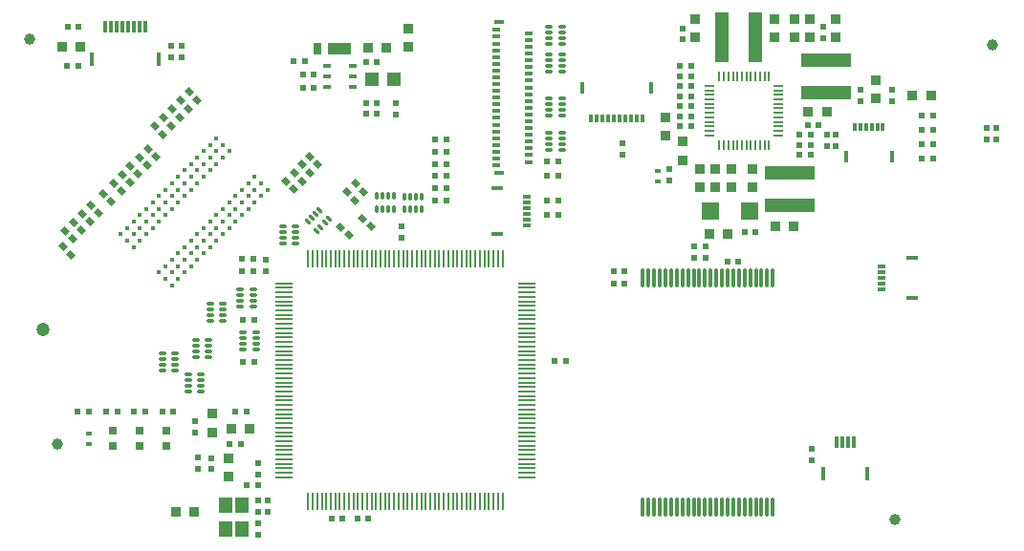
<source format=gtp>
G04 Layer_Color=8421504*
%FSLAX25Y25*%
%MOIN*%
G70*
G01*
G75*
%ADD10R,0.03543X0.03543*%
%ADD11R,0.01969X0.02362*%
%ADD12O,0.00787X0.03937*%
%ADD13O,0.03937X0.00787*%
%ADD14C,0.03937*%
%ADD15R,0.02362X0.01969*%
G04:AMPARAMS|DCode=16|XSize=19.69mil|YSize=23.62mil|CornerRadius=0mil|HoleSize=0mil|Usage=FLASHONLY|Rotation=45.000|XOffset=0mil|YOffset=0mil|HoleType=Round|Shape=Rectangle|*
%AMROTATEDRECTD16*
4,1,4,0.00139,-0.01531,-0.01531,0.00139,-0.00139,0.01531,0.01531,-0.00139,0.00139,-0.01531,0.0*
%
%ADD16ROTATEDRECTD16*%

%ADD17R,0.05118X0.04921*%
%ADD18R,0.03543X0.03543*%
%ADD19R,0.02165X0.01772*%
%ADD20R,0.03000X0.03000*%
%ADD21R,0.03150X0.04331*%
%ADD22R,0.07874X0.04331*%
%ADD23R,0.01181X0.04331*%
%ADD24R,0.01654X0.05118*%
%ADD25R,0.03937X0.01181*%
%ADD26R,0.02756X0.01181*%
%ADD27R,0.03150X0.01181*%
%ADD28R,0.02559X0.01181*%
%ADD29R,0.03740X0.01575*%
%ADD30R,0.01181X0.02756*%
%ADD31R,0.01181X0.03937*%
%ADD32R,0.17323X0.05118*%
%ADD33C,0.04724*%
%ADD34R,0.05984X0.06299*%
%ADD35O,0.03100X0.01200*%
%ADD36O,0.01200X0.03100*%
G04:AMPARAMS|DCode=37|XSize=31mil|YSize=12mil|CornerRadius=0mil|HoleSize=0mil|Usage=FLASHONLY|Rotation=315.000|XOffset=0mil|YOffset=0mil|HoleType=Round|Shape=Round|*
%AMOVALD37*
21,1,0.01900,0.01200,0.00000,0.00000,315.0*
1,1,0.01200,-0.00672,0.00672*
1,1,0.01200,0.00672,-0.00672*
%
%ADD37OVALD37*%

%ADD38O,0.06496X0.00787*%
%ADD39O,0.00787X0.06496*%
%ADD40R,0.02756X0.01575*%
%ADD41C,0.01575*%
%ADD42O,0.01083X0.07000*%
%ADD43R,0.04724X0.05512*%
%ADD44R,0.05118X0.17323*%
D10*
X282000Y-10250D02*
D03*
Y-3750D02*
D03*
X133000Y-7002D02*
D03*
Y-13502D02*
D03*
X296000Y-31502D02*
D03*
Y-25002D02*
D03*
X64537Y-141650D02*
D03*
Y-148150D02*
D03*
X253000Y-56002D02*
D03*
Y-62502D02*
D03*
X70237Y-157150D02*
D03*
Y-163650D02*
D03*
X234500Y-62502D02*
D03*
Y-56002D02*
D03*
X273000Y-10250D02*
D03*
Y-3750D02*
D03*
X228500Y-46502D02*
D03*
Y-53002D02*
D03*
X222500Y-44502D02*
D03*
Y-38002D02*
D03*
X260500Y-3750D02*
D03*
Y-10250D02*
D03*
X245500Y-56002D02*
D03*
Y-62502D02*
D03*
X233000Y-10250D02*
D03*
Y-3750D02*
D03*
X240000Y-62502D02*
D03*
Y-56002D02*
D03*
X267500Y-3750D02*
D03*
Y-10250D02*
D03*
D11*
X232500Y-83284D02*
D03*
Y-87221D02*
D03*
X80637Y-162868D02*
D03*
Y-158932D02*
D03*
X83119Y-91687D02*
D03*
Y-87750D02*
D03*
X301437Y-32327D02*
D03*
Y-28390D02*
D03*
X236500Y-83284D02*
D03*
Y-87221D02*
D03*
X58637Y-148068D02*
D03*
Y-144132D02*
D03*
X130459Y-76222D02*
D03*
Y-80159D02*
D03*
X80500Y-183721D02*
D03*
Y-179783D02*
D03*
X80500Y-175721D02*
D03*
Y-171783D02*
D03*
X277500Y-10469D02*
D03*
Y-6532D02*
D03*
X64237Y-160968D02*
D03*
Y-157032D02*
D03*
X290500Y-28390D02*
D03*
Y-32327D02*
D03*
X273500Y-153815D02*
D03*
Y-157752D02*
D03*
X338000Y-45720D02*
D03*
Y-41783D02*
D03*
X207500Y-51221D02*
D03*
Y-47284D02*
D03*
X59637Y-160869D02*
D03*
Y-156931D02*
D03*
X228500Y-10968D02*
D03*
Y-7032D02*
D03*
X224000Y-60220D02*
D03*
Y-56283D02*
D03*
X334500Y-45720D02*
D03*
Y-41783D02*
D03*
X279000Y-44284D02*
D03*
Y-48221D02*
D03*
X282000D02*
D03*
Y-44284D02*
D03*
X128500Y-33283D02*
D03*
Y-37220D02*
D03*
X84000Y-171783D02*
D03*
Y-175721D02*
D03*
D12*
X258661Y-47760D02*
D03*
X257087D02*
D03*
X255512D02*
D03*
X253937D02*
D03*
X252362D02*
D03*
X250787D02*
D03*
X249213D02*
D03*
X247638D02*
D03*
X246063D02*
D03*
X244488D02*
D03*
X242913D02*
D03*
X241339D02*
D03*
Y-23744D02*
D03*
X242913D02*
D03*
X244488D02*
D03*
X246063D02*
D03*
X247638D02*
D03*
X249213D02*
D03*
X250787D02*
D03*
X252362D02*
D03*
X253937D02*
D03*
X255512D02*
D03*
X257087D02*
D03*
X258661D02*
D03*
D13*
X237992Y-44413D02*
D03*
Y-42839D02*
D03*
Y-41264D02*
D03*
Y-39689D02*
D03*
Y-38114D02*
D03*
Y-36539D02*
D03*
Y-34965D02*
D03*
Y-33390D02*
D03*
Y-31815D02*
D03*
Y-30240D02*
D03*
Y-28665D02*
D03*
Y-27091D02*
D03*
X262008D02*
D03*
Y-28665D02*
D03*
Y-30240D02*
D03*
Y-31815D02*
D03*
Y-33390D02*
D03*
Y-34965D02*
D03*
Y-36539D02*
D03*
Y-38114D02*
D03*
Y-39689D02*
D03*
Y-41264D02*
D03*
Y-42839D02*
D03*
Y-44413D02*
D03*
D14*
X336500Y-12752D02*
D03*
X302500Y-178437D02*
D03*
X10500Y-152252D02*
D03*
X1000Y-10752D02*
D03*
D15*
X17968Y-6500D02*
D03*
X14031D02*
D03*
X74468Y-152252D02*
D03*
X70531D02*
D03*
X208306Y-96300D02*
D03*
X204368D02*
D03*
X118032Y-18752D02*
D03*
X121968D02*
D03*
Y-33252D02*
D03*
X118032D02*
D03*
X17906Y-20000D02*
D03*
X13969D02*
D03*
X146227Y-62691D02*
D03*
X142290D02*
D03*
X106032Y-178251D02*
D03*
X109968D02*
D03*
X118968Y-178252D02*
D03*
X115032D02*
D03*
X75118Y-108765D02*
D03*
X79055D02*
D03*
X79053Y-123483D02*
D03*
X75116D02*
D03*
X253969Y-78252D02*
D03*
X250031D02*
D03*
X227532Y-34252D02*
D03*
X231469D02*
D03*
X227532Y-30752D02*
D03*
X231469D02*
D03*
X227532Y-20252D02*
D03*
X231469D02*
D03*
X187706Y-123300D02*
D03*
X183768D02*
D03*
X269237Y-47752D02*
D03*
X273175D02*
D03*
X227532Y-23752D02*
D03*
X231469D02*
D03*
X146265Y-54444D02*
D03*
X142328D02*
D03*
X142235Y-50077D02*
D03*
X146172D02*
D03*
X72569Y-140700D02*
D03*
X76506D02*
D03*
X311968Y-52500D02*
D03*
X315905D02*
D03*
Y-47500D02*
D03*
X311968D02*
D03*
X47032Y-140752D02*
D03*
X50968D02*
D03*
X41281D02*
D03*
X37344D02*
D03*
X231469Y-41252D02*
D03*
X227532D02*
D03*
X231469Y-37752D02*
D03*
X227532D02*
D03*
X272031Y-40752D02*
D03*
X275969D02*
D03*
X27656Y-140752D02*
D03*
X31593D02*
D03*
X53969Y-17252D02*
D03*
X50032D02*
D03*
Y-13252D02*
D03*
X53969D02*
D03*
X76669Y-166600D02*
D03*
X80606D02*
D03*
X269238Y-44252D02*
D03*
X273175D02*
D03*
Y-51252D02*
D03*
X269238D02*
D03*
X231469Y-27252D02*
D03*
X227532D02*
D03*
X21468Y-140752D02*
D03*
X17531D02*
D03*
X311968Y-42500D02*
D03*
X315905D02*
D03*
X247969Y-88500D02*
D03*
X244032D02*
D03*
X204368Y-91700D02*
D03*
X208306D02*
D03*
X315905Y-37500D02*
D03*
X311968D02*
D03*
X118032Y-36752D02*
D03*
X121968D02*
D03*
X99968Y-27752D02*
D03*
X96031D02*
D03*
X181269Y-72300D02*
D03*
X185205D02*
D03*
X99968Y-23252D02*
D03*
X96031D02*
D03*
X185205Y-67300D02*
D03*
X181269D02*
D03*
X74851Y-91717D02*
D03*
X78788D02*
D03*
X78787Y-87416D02*
D03*
X74850D02*
D03*
X181269Y-53600D02*
D03*
X185205D02*
D03*
X181269Y-58400D02*
D03*
X185205D02*
D03*
X142183Y-45956D02*
D03*
X146120D02*
D03*
X142328Y-58495D02*
D03*
X146265D02*
D03*
X146227Y-67090D02*
D03*
X142290D02*
D03*
X96868Y-18600D02*
D03*
X92931D02*
D03*
D16*
X44567Y-41299D02*
D03*
X47351Y-44082D02*
D03*
X50351Y-41083D02*
D03*
X47567Y-38299D02*
D03*
X50567Y-35299D02*
D03*
X53351Y-38083D02*
D03*
X56351Y-35083D02*
D03*
X53567Y-32299D02*
D03*
X56567Y-29299D02*
D03*
X59351Y-32083D02*
D03*
X119751Y-76182D02*
D03*
X116967Y-73399D02*
D03*
X109269Y-76502D02*
D03*
X112053Y-79286D02*
D03*
X39167Y-51999D02*
D03*
X41951Y-54782D02*
D03*
X38651Y-57782D02*
D03*
X35867Y-54999D02*
D03*
X15351Y-86082D02*
D03*
X12567Y-83299D02*
D03*
X13067Y-77799D02*
D03*
X15851Y-80582D02*
D03*
X18851Y-77582D02*
D03*
X16067Y-74799D02*
D03*
X19067Y-71799D02*
D03*
X21851Y-74582D02*
D03*
X24851Y-71582D02*
D03*
X22067Y-68799D02*
D03*
X32951Y-63783D02*
D03*
X30167Y-60999D02*
D03*
X26467Y-64699D02*
D03*
X29251Y-67482D02*
D03*
X98567Y-51699D02*
D03*
X101351Y-54483D02*
D03*
X98651Y-57383D02*
D03*
X95867Y-54599D02*
D03*
X93067Y-57599D02*
D03*
X95851Y-60382D02*
D03*
X92951Y-63182D02*
D03*
X90167Y-60399D02*
D03*
X111467Y-64299D02*
D03*
X114251Y-67083D02*
D03*
X117251Y-64082D02*
D03*
X114467Y-61299D02*
D03*
X42067Y-48999D02*
D03*
X44851Y-51783D02*
D03*
X33067Y-57999D02*
D03*
X35851Y-60782D02*
D03*
D17*
X120260Y-24752D02*
D03*
X127740D02*
D03*
D18*
X125250Y-13752D02*
D03*
X118750D02*
D03*
X12187Y-13500D02*
D03*
X18687D02*
D03*
X51750Y-175752D02*
D03*
X58250D02*
D03*
X260750Y-76252D02*
D03*
X267250D02*
D03*
X237750Y-78752D02*
D03*
X244250D02*
D03*
X278750Y-36252D02*
D03*
X272250D02*
D03*
X77587Y-146700D02*
D03*
X71087D02*
D03*
X315187Y-30500D02*
D03*
X308687D02*
D03*
D19*
X220000Y-60622D02*
D03*
X220000Y-56882D02*
D03*
X21500Y-152122D02*
D03*
X21500Y-148382D02*
D03*
D20*
X39237Y-152850D02*
D03*
Y-147350D02*
D03*
X29937Y-152850D02*
D03*
Y-147350D02*
D03*
X48437Y-152850D02*
D03*
Y-147350D02*
D03*
D21*
X101260Y-14000D02*
D03*
D22*
X108740D02*
D03*
D23*
X284279Y-151339D02*
D03*
X286248D02*
D03*
X288216D02*
D03*
X282311D02*
D03*
X29260Y-6575D02*
D03*
X31228D02*
D03*
X33197D02*
D03*
X35165D02*
D03*
X37134D02*
D03*
X39102D02*
D03*
X41071D02*
D03*
X27291D02*
D03*
D24*
X277508Y-162638D02*
D03*
X293020D02*
D03*
X22488Y-17874D02*
D03*
X45874D02*
D03*
D25*
X163877Y-78898D02*
D03*
Y-62835D02*
D03*
X308376Y-87047D02*
D03*
Y-101141D02*
D03*
D26*
X174310Y-75787D02*
D03*
Y-73819D02*
D03*
Y-71850D02*
D03*
Y-69882D02*
D03*
Y-67913D02*
D03*
Y-65945D02*
D03*
X297942Y-90157D02*
D03*
Y-92125D02*
D03*
Y-94094D02*
D03*
Y-96062D02*
D03*
Y-98031D02*
D03*
D27*
X163434Y-7598D02*
D03*
Y-9961D02*
D03*
Y-12323D02*
D03*
Y-14685D02*
D03*
Y-17047D02*
D03*
Y-19410D02*
D03*
Y-21772D02*
D03*
Y-24134D02*
D03*
Y-26496D02*
D03*
Y-28858D02*
D03*
Y-31220D02*
D03*
Y-33583D02*
D03*
Y-35945D02*
D03*
Y-38307D02*
D03*
Y-40669D02*
D03*
Y-43031D02*
D03*
Y-45394D02*
D03*
Y-47756D02*
D03*
Y-50118D02*
D03*
Y-52480D02*
D03*
Y-54843D02*
D03*
D28*
X174753Y-8779D02*
D03*
Y-11142D02*
D03*
Y-13504D02*
D03*
Y-15866D02*
D03*
Y-18228D02*
D03*
Y-20591D02*
D03*
Y-22953D02*
D03*
Y-25315D02*
D03*
Y-27677D02*
D03*
Y-30039D02*
D03*
Y-32402D02*
D03*
Y-34764D02*
D03*
Y-37126D02*
D03*
Y-39488D02*
D03*
Y-41850D02*
D03*
Y-44213D02*
D03*
Y-46575D02*
D03*
Y-48937D02*
D03*
Y-51299D02*
D03*
Y-53661D02*
D03*
D29*
X164516Y-4843D02*
D03*
Y-57598D02*
D03*
D30*
X214398Y-38386D02*
D03*
X212429D02*
D03*
X210461D02*
D03*
X208492D02*
D03*
X206524D02*
D03*
X204555D02*
D03*
X202587D02*
D03*
X200618D02*
D03*
X198650Y-38386D02*
D03*
X196681Y-38386D02*
D03*
X298354Y-41535D02*
D03*
X296386D02*
D03*
X294417D02*
D03*
X292449D02*
D03*
X290480D02*
D03*
X288512D02*
D03*
D31*
X217508Y-27953D02*
D03*
X193571D02*
D03*
X301465Y-51968D02*
D03*
X285402D02*
D03*
D32*
X278500Y-29461D02*
D03*
Y-18043D02*
D03*
X266000Y-57543D02*
D03*
Y-68961D02*
D03*
D33*
X5500Y-112252D02*
D03*
D34*
X238268Y-70752D02*
D03*
X251732Y-70752D02*
D03*
D35*
X89036Y-76237D02*
D03*
Y-78206D02*
D03*
Y-80174D02*
D03*
Y-82143D02*
D03*
X93484D02*
D03*
Y-80174D02*
D03*
Y-78206D02*
D03*
Y-76237D02*
D03*
X63836Y-103237D02*
D03*
Y-105207D02*
D03*
Y-107175D02*
D03*
Y-109143D02*
D03*
X68284D02*
D03*
Y-107175D02*
D03*
Y-105207D02*
D03*
Y-103237D02*
D03*
X79793Y-113225D02*
D03*
Y-115194D02*
D03*
Y-117163D02*
D03*
Y-119132D02*
D03*
X75345D02*
D03*
Y-117163D02*
D03*
Y-115194D02*
D03*
Y-113225D02*
D03*
X58699Y-115779D02*
D03*
Y-117748D02*
D03*
Y-119717D02*
D03*
Y-121686D02*
D03*
X63147D02*
D03*
Y-119717D02*
D03*
Y-117748D02*
D03*
Y-115779D02*
D03*
X51484Y-120638D02*
D03*
Y-122607D02*
D03*
Y-124574D02*
D03*
Y-126543D02*
D03*
X47036D02*
D03*
Y-124574D02*
D03*
Y-122607D02*
D03*
Y-120638D02*
D03*
X56236Y-127937D02*
D03*
Y-129906D02*
D03*
Y-131875D02*
D03*
Y-133844D02*
D03*
X60684D02*
D03*
Y-131875D02*
D03*
Y-129906D02*
D03*
Y-127937D02*
D03*
X182012Y-22053D02*
D03*
Y-20084D02*
D03*
Y-18116D02*
D03*
Y-16147D02*
D03*
X186460D02*
D03*
Y-18116D02*
D03*
Y-20084D02*
D03*
Y-22053D02*
D03*
X78784Y-98137D02*
D03*
Y-100107D02*
D03*
Y-102075D02*
D03*
Y-104043D02*
D03*
X74336D02*
D03*
Y-102075D02*
D03*
Y-100107D02*
D03*
Y-98137D02*
D03*
X186460Y-12453D02*
D03*
Y-10484D02*
D03*
Y-8516D02*
D03*
Y-6547D02*
D03*
X182012D02*
D03*
Y-8516D02*
D03*
Y-10484D02*
D03*
Y-12453D02*
D03*
Y-37353D02*
D03*
Y-35384D02*
D03*
Y-33416D02*
D03*
Y-31447D02*
D03*
X186460D02*
D03*
Y-33416D02*
D03*
Y-35384D02*
D03*
Y-37353D02*
D03*
Y-49553D02*
D03*
Y-47584D02*
D03*
Y-45616D02*
D03*
Y-43647D02*
D03*
X182012D02*
D03*
Y-45616D02*
D03*
Y-47584D02*
D03*
Y-49553D02*
D03*
D36*
X137412Y-65869D02*
D03*
X135443D02*
D03*
X133475D02*
D03*
X131506D02*
D03*
Y-70316D02*
D03*
X133475D02*
D03*
X135443D02*
D03*
X137412D02*
D03*
X127811Y-70016D02*
D03*
X125842D02*
D03*
X123874D02*
D03*
X121905D02*
D03*
Y-65567D02*
D03*
X123874D02*
D03*
X125842D02*
D03*
X127811D02*
D03*
D37*
X101975Y-70430D02*
D03*
X100583Y-71823D02*
D03*
X99191Y-73214D02*
D03*
X97799Y-74607D02*
D03*
X100944Y-77752D02*
D03*
X102336Y-76360D02*
D03*
X103728Y-74968D02*
D03*
X105120Y-73576D02*
D03*
D38*
X174280Y-96033D02*
D03*
Y-97607D02*
D03*
Y-99181D02*
D03*
Y-100757D02*
D03*
Y-102331D02*
D03*
Y-103907D02*
D03*
Y-105482D02*
D03*
Y-107055D02*
D03*
Y-108631D02*
D03*
Y-110205D02*
D03*
Y-111781D02*
D03*
Y-113356D02*
D03*
Y-114929D02*
D03*
Y-116505D02*
D03*
Y-118079D02*
D03*
Y-119655D02*
D03*
Y-121230D02*
D03*
Y-122803D02*
D03*
Y-124379D02*
D03*
Y-125953D02*
D03*
Y-127529D02*
D03*
Y-129104D02*
D03*
Y-130677D02*
D03*
Y-132253D02*
D03*
Y-133827D02*
D03*
Y-135403D02*
D03*
Y-136978D02*
D03*
Y-138551D02*
D03*
Y-140127D02*
D03*
Y-141701D02*
D03*
Y-143277D02*
D03*
Y-144852D02*
D03*
Y-146425D02*
D03*
Y-148001D02*
D03*
Y-149575D02*
D03*
Y-151151D02*
D03*
Y-152726D02*
D03*
Y-154299D02*
D03*
Y-155875D02*
D03*
Y-157449D02*
D03*
Y-159025D02*
D03*
Y-160600D02*
D03*
Y-162173D02*
D03*
Y-163749D02*
D03*
X89438D02*
D03*
Y-162173D02*
D03*
Y-160600D02*
D03*
Y-159025D02*
D03*
Y-157449D02*
D03*
Y-155875D02*
D03*
Y-154299D02*
D03*
Y-152726D02*
D03*
Y-151151D02*
D03*
Y-149575D02*
D03*
Y-148001D02*
D03*
Y-146425D02*
D03*
Y-144852D02*
D03*
Y-143277D02*
D03*
Y-141701D02*
D03*
Y-140127D02*
D03*
Y-138551D02*
D03*
Y-136978D02*
D03*
Y-135403D02*
D03*
Y-133827D02*
D03*
Y-132253D02*
D03*
Y-130677D02*
D03*
Y-129104D02*
D03*
Y-127529D02*
D03*
Y-125953D02*
D03*
Y-124379D02*
D03*
Y-122803D02*
D03*
Y-121230D02*
D03*
Y-119655D02*
D03*
Y-118079D02*
D03*
Y-116505D02*
D03*
Y-114929D02*
D03*
Y-113356D02*
D03*
Y-111781D02*
D03*
Y-110205D02*
D03*
Y-108631D02*
D03*
Y-107055D02*
D03*
Y-105482D02*
D03*
Y-103907D02*
D03*
Y-102331D02*
D03*
Y-100757D02*
D03*
Y-99181D02*
D03*
Y-97607D02*
D03*
Y-96033D02*
D03*
D39*
X165717Y-172311D02*
D03*
X164142D02*
D03*
X162568D02*
D03*
X160993D02*
D03*
X159418D02*
D03*
X157843D02*
D03*
X156268D02*
D03*
X154694D02*
D03*
X153119D02*
D03*
X151544D02*
D03*
X149969D02*
D03*
X148394D02*
D03*
X146820D02*
D03*
X145245D02*
D03*
X143670D02*
D03*
X142095D02*
D03*
X140520D02*
D03*
X138946D02*
D03*
X137371D02*
D03*
X135796D02*
D03*
X134221D02*
D03*
X132646D02*
D03*
X131072D02*
D03*
X129497D02*
D03*
X127922D02*
D03*
X126347D02*
D03*
X124772D02*
D03*
X123198D02*
D03*
X121623D02*
D03*
X120048D02*
D03*
X118473D02*
D03*
X116898D02*
D03*
X115324D02*
D03*
X113749D02*
D03*
X112174D02*
D03*
X110599D02*
D03*
X109024D02*
D03*
X107450D02*
D03*
X105875D02*
D03*
X104300D02*
D03*
X102725D02*
D03*
X101150D02*
D03*
X99576D02*
D03*
X98001D02*
D03*
Y-87470D02*
D03*
X99576D02*
D03*
X101150D02*
D03*
X102725D02*
D03*
X104300D02*
D03*
X105875D02*
D03*
X107450D02*
D03*
X109024D02*
D03*
X110599D02*
D03*
X112174D02*
D03*
X113749D02*
D03*
X115324D02*
D03*
X116898D02*
D03*
X118473D02*
D03*
X120048D02*
D03*
X121623D02*
D03*
X123198D02*
D03*
X124772D02*
D03*
X126347D02*
D03*
X127922D02*
D03*
X129497D02*
D03*
X131072D02*
D03*
X132646D02*
D03*
X134221D02*
D03*
X135796D02*
D03*
X137371D02*
D03*
X138946D02*
D03*
X140520D02*
D03*
X142095D02*
D03*
X143670D02*
D03*
X145245D02*
D03*
X146820D02*
D03*
X148394D02*
D03*
X149969D02*
D03*
X151544D02*
D03*
X153119D02*
D03*
X154694D02*
D03*
X156268D02*
D03*
X157843D02*
D03*
X159418D02*
D03*
X160993D02*
D03*
X162568D02*
D03*
X164142D02*
D03*
X165717D02*
D03*
D40*
X113528Y-20012D02*
D03*
Y-23752D02*
D03*
Y-27492D02*
D03*
X104472D02*
D03*
Y-23752D02*
D03*
Y-20012D02*
D03*
D41*
X50401Y-96738D02*
D03*
X48174Y-94512D02*
D03*
X45947Y-92285D02*
D03*
X37039Y-83376D02*
D03*
X34811Y-81150D02*
D03*
X32585Y-78922D02*
D03*
X52628Y-94511D02*
D03*
X50402Y-92285D02*
D03*
X48174Y-90057D02*
D03*
X39266Y-81150D02*
D03*
X37039Y-78922D02*
D03*
X34812Y-76696D02*
D03*
X54855Y-92285D02*
D03*
X52628Y-90058D02*
D03*
X50401Y-87831D02*
D03*
X41493Y-78922D02*
D03*
X39265Y-76696D02*
D03*
X37039Y-74468D02*
D03*
X57082Y-90057D02*
D03*
X54856Y-87831D02*
D03*
X52628Y-85603D02*
D03*
X43720Y-76696D02*
D03*
X41493Y-74467D02*
D03*
X39266Y-72241D02*
D03*
X59309Y-87831D02*
D03*
X57082Y-85605D02*
D03*
X54855Y-83376D02*
D03*
X45947Y-74468D02*
D03*
X43719Y-72241D02*
D03*
X41493Y-70015D02*
D03*
X61536Y-85603D02*
D03*
X59310Y-83376D02*
D03*
X57082Y-81150D02*
D03*
X48174Y-72241D02*
D03*
X45947Y-70013D02*
D03*
X43720Y-67787D02*
D03*
X63764Y-83376D02*
D03*
X61537Y-81150D02*
D03*
X59310Y-78922D02*
D03*
X50402Y-70013D02*
D03*
X48174Y-67787D02*
D03*
X45947Y-65560D02*
D03*
X65990Y-81150D02*
D03*
X63764Y-78922D02*
D03*
X61536Y-76696D02*
D03*
X52628Y-67787D02*
D03*
X50401Y-65560D02*
D03*
X48174Y-63333D02*
D03*
X68218Y-78922D02*
D03*
X65991Y-76696D02*
D03*
X63764Y-74467D02*
D03*
X54856Y-65560D02*
D03*
X52628Y-63332D02*
D03*
X50402Y-61106D02*
D03*
X70445Y-76696D02*
D03*
X68218Y-74468D02*
D03*
X65990Y-72241D02*
D03*
X57082Y-63333D02*
D03*
X54855Y-61106D02*
D03*
X52628Y-58878D02*
D03*
X72672Y-74467D02*
D03*
X70445Y-72241D02*
D03*
X68218Y-70013D02*
D03*
X59310Y-61106D02*
D03*
X57082Y-58878D02*
D03*
X54856Y-56652D02*
D03*
X74899Y-72241D02*
D03*
X72673Y-70013D02*
D03*
X70445Y-67787D02*
D03*
X61537Y-58878D02*
D03*
X59310Y-56651D02*
D03*
X57083Y-54425D02*
D03*
X77126Y-70013D02*
D03*
X74899Y-67787D02*
D03*
X72672Y-65560D02*
D03*
X63764Y-56652D02*
D03*
X61536Y-54425D02*
D03*
X59310Y-52197D02*
D03*
X79353Y-67787D02*
D03*
X77127Y-65560D02*
D03*
X74899Y-63332D02*
D03*
X65991Y-54425D02*
D03*
X63764Y-52197D02*
D03*
X61537Y-49970D02*
D03*
X81580Y-65560D02*
D03*
X79353Y-63333D02*
D03*
X77126Y-61106D02*
D03*
X68218Y-52197D02*
D03*
X65990Y-49970D02*
D03*
X63764Y-47743D02*
D03*
X83807Y-63332D02*
D03*
X81581Y-61106D02*
D03*
X79353Y-58878D02*
D03*
X70445Y-49970D02*
D03*
X68218Y-47743D02*
D03*
X65991Y-45516D02*
D03*
D42*
X259937Y-174315D02*
D03*
X257968D02*
D03*
X256000D02*
D03*
X254031D02*
D03*
X252063D02*
D03*
X250095D02*
D03*
X248126D02*
D03*
X246158D02*
D03*
X244189D02*
D03*
X242220D02*
D03*
X240252D02*
D03*
X238283D02*
D03*
X236315D02*
D03*
X234347D02*
D03*
X232378D02*
D03*
X230410D02*
D03*
X228441D02*
D03*
X226472D02*
D03*
X224504D02*
D03*
X222535D02*
D03*
X220567D02*
D03*
X218598D02*
D03*
X216630D02*
D03*
X214661D02*
D03*
Y-94000D02*
D03*
X216630D02*
D03*
X218598D02*
D03*
X220567D02*
D03*
X222535D02*
D03*
X224504D02*
D03*
X226472D02*
D03*
X228441D02*
D03*
X230410D02*
D03*
X232378D02*
D03*
X234347D02*
D03*
X236315D02*
D03*
X238283D02*
D03*
X240252D02*
D03*
X242220D02*
D03*
X244189D02*
D03*
X246158D02*
D03*
X248126D02*
D03*
X250095D02*
D03*
X252063D02*
D03*
X254031D02*
D03*
X256000D02*
D03*
X257968D02*
D03*
X259937D02*
D03*
D43*
X69095Y-181752D02*
D03*
Y-173484D02*
D03*
X75000D02*
D03*
Y-181752D02*
D03*
D44*
X253709Y-10252D02*
D03*
X242291D02*
D03*
M02*

</source>
